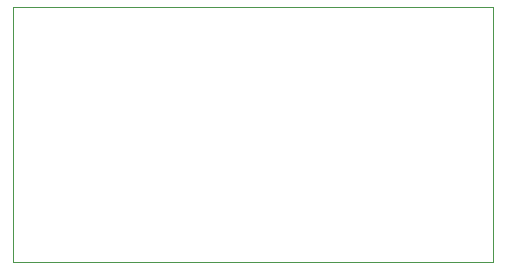
<source format=gm1>
G04 #@! TF.GenerationSoftware,KiCad,Pcbnew,(5.1.0)-1*
G04 #@! TF.CreationDate,2019-08-22T10:23:38+05:30*
G04 #@! TF.ProjectId,TSAL,5453414c-2e6b-4696-9361-645f70636258,rev?*
G04 #@! TF.SameCoordinates,Original*
G04 #@! TF.FileFunction,Profile,NP*
%FSLAX46Y46*%
G04 Gerber Fmt 4.6, Leading zero omitted, Abs format (unit mm)*
G04 Created by KiCad (PCBNEW (5.1.0)-1) date 2019-08-22 10:23:38*
%MOMM*%
%LPD*%
G04 APERTURE LIST*
%ADD10C,0.100000*%
G04 APERTURE END LIST*
D10*
X63500000Y-138430000D02*
X63500000Y-116840000D01*
X104140000Y-138430000D02*
X63500000Y-138430000D01*
X104140000Y-137160000D02*
X104140000Y-138430000D01*
X104140000Y-116840000D02*
X104140000Y-137160000D01*
X63500000Y-116840000D02*
X104140000Y-116840000D01*
M02*

</source>
